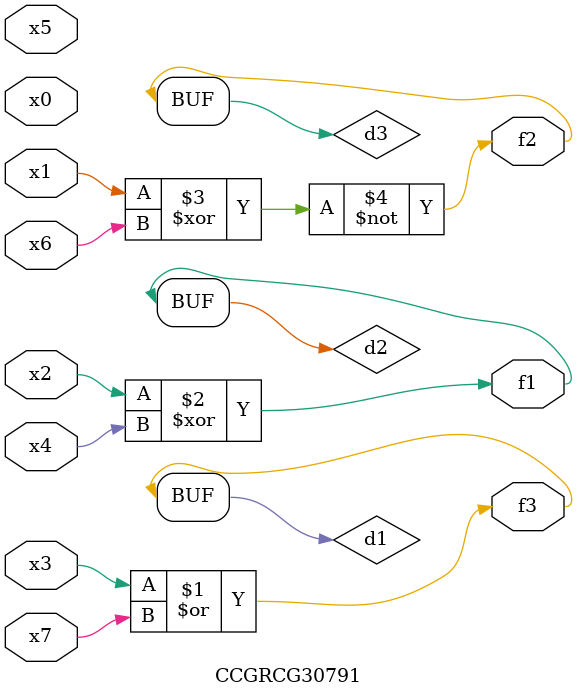
<source format=v>
module CCGRCG30791(
	input x0, x1, x2, x3, x4, x5, x6, x7,
	output f1, f2, f3
);

	wire d1, d2, d3;

	or (d1, x3, x7);
	xor (d2, x2, x4);
	xnor (d3, x1, x6);
	assign f1 = d2;
	assign f2 = d3;
	assign f3 = d1;
endmodule

</source>
